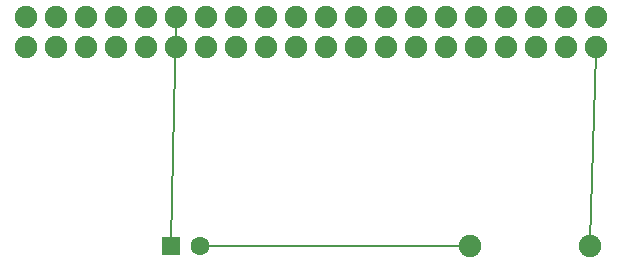
<source format=gtl>
G04 MADE WITH FRITZING*
G04 WWW.FRITZING.ORG*
G04 DOUBLE SIDED*
G04 HOLES PLATED*
G04 CONTOUR ON CENTER OF CONTOUR VECTOR*
%ASAXBY*%
%FSLAX23Y23*%
%MOIN*%
%OFA0B0*%
%SFA1.0B1.0*%
%ADD10C,0.075361*%
%ADD11C,0.062992*%
%ADD12C,0.075000*%
%ADD13R,0.062992X0.062992*%
%ADD14C,0.008000*%
%LNCOPPER1*%
G90*
G70*
G54D10*
X367Y2052D03*
X467Y2052D03*
X567Y2052D03*
X667Y2052D03*
X767Y2052D03*
X867Y2052D03*
X967Y2052D03*
X1067Y2052D03*
X1167Y2052D03*
X1267Y2052D03*
X1367Y2052D03*
X1467Y2052D03*
X1567Y2052D03*
X1667Y2052D03*
X1767Y2052D03*
X1867Y2052D03*
X1967Y2052D03*
X2067Y2052D03*
X2167Y2052D03*
X2267Y2052D03*
X2267Y2152D03*
X2167Y2152D03*
X2067Y2152D03*
X1967Y2152D03*
X1867Y2152D03*
X1767Y2152D03*
X1667Y2152D03*
X1567Y2152D03*
X1467Y2152D03*
X1367Y2152D03*
X1267Y2152D03*
X1167Y2152D03*
X1067Y2152D03*
X967Y2152D03*
X867Y2152D03*
X767Y2152D03*
X667Y2152D03*
X567Y2152D03*
X467Y2152D03*
X367Y2152D03*
G54D11*
X849Y1387D03*
X948Y1387D03*
G54D12*
X1848Y1387D03*
X2248Y1387D03*
G54D13*
X849Y1387D03*
G54D14*
X867Y2132D02*
X850Y1403D01*
D02*
X2248Y1405D02*
X2267Y2032D01*
D02*
X1830Y1387D02*
X964Y1387D01*
G04 End of Copper1*
M02*
</source>
